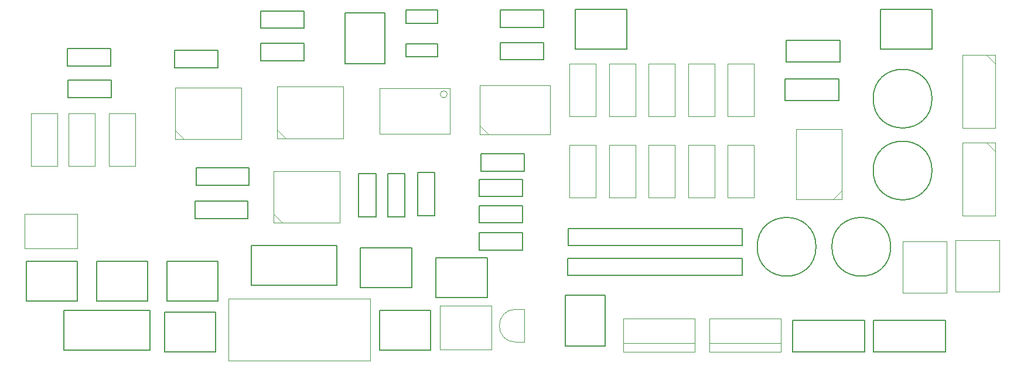
<source format=gbr>
G04*
G04 #@! TF.GenerationSoftware,Altium Limited,Altium Designer,23.3.1 (30)*
G04*
G04 Layer_Color=16711935*
%FSLAX44Y44*%
%MOMM*%
G71*
G04*
G04 #@! TF.SameCoordinates,EAF1F0D8-16AB-4789-B3CC-ED1B898C5CC7*
G04*
G04*
G04 #@! TF.FilePolarity,Positive*
G04*
G01*
G75*
%ADD11C,0.1500*%
%ADD13C,0.2000*%
%ADD14C,0.1000*%
D11*
X1624920Y657860D02*
G03*
X1624920Y657860I-42500J0D01*
G01*
X1457280Y443230D02*
G03*
X1457280Y443230I-42500J0D01*
G01*
X1624920Y553720D02*
G03*
X1624920Y553720I-42500J0D01*
G01*
X1565230Y443230D02*
G03*
X1565230Y443230I-42500J0D01*
G01*
D13*
X494400Y293660D02*
Y351160D01*
X370400D02*
X494400D01*
X370400Y293660D02*
Y351160D01*
Y293660D02*
X494400D01*
X826273D02*
Y351160D01*
Y293660D02*
X900273D01*
Y351160D01*
X826273D02*
X900273D01*
X519260Y364950D02*
Y422450D01*
Y364950D02*
X593260D01*
Y422450D01*
X519260D02*
X593260D01*
X910530Y766830D02*
Y785930D01*
X864930D02*
X910530D01*
X864930Y766830D02*
Y785930D01*
Y766830D02*
X910530D01*
X1490610Y655060D02*
Y686060D01*
X1412610D02*
X1490610D01*
X1412610Y655060D02*
Y686060D01*
Y655060D02*
X1490610D01*
X1152530Y299350D02*
Y373350D01*
X1095030Y299350D02*
X1152530D01*
X1095030D02*
Y373350D01*
X1152530D01*
X973070Y552650D02*
Y577650D01*
Y552650D02*
X1036070D01*
Y577650D01*
X973070D02*
X1036070D01*
X316060Y422450D02*
X390060D01*
Y364950D02*
Y422450D01*
X316060Y364950D02*
X390060D01*
X316060D02*
Y422450D01*
X417660Y422450D02*
X491660D01*
Y364950D02*
Y422450D01*
X417660Y364950D02*
X491660D01*
X417660D02*
Y422450D01*
X776600Y708290D02*
Y782290D01*
X834100D01*
Y708290D02*
Y782290D01*
X776600Y708290D02*
X834100D01*
X764980Y387640D02*
Y445140D01*
X640980D02*
X764980D01*
X640980Y387640D02*
Y445140D01*
Y387640D02*
X764980D01*
X515450Y348790D02*
X589450D01*
Y291290D02*
Y348790D01*
X515450Y291290D02*
X589450D01*
X515450D02*
Y348790D01*
X1109610Y729610D02*
X1183610D01*
X1109610D02*
Y787110D01*
X1183610D01*
Y729610D02*
Y787110D01*
X798860Y441330D02*
X872860D01*
Y383830D02*
Y441330D01*
X798860Y383830D02*
X872860D01*
X798860D02*
Y441330D01*
X908080Y427360D02*
X982080D01*
Y369860D02*
Y427360D01*
X908080Y369860D02*
X982080D01*
X908080D02*
Y427360D01*
X1350391Y401701D02*
Y426339D01*
X1098169D02*
X1350391D01*
X1098169Y401701D02*
Y426339D01*
Y401701D02*
X1350391D01*
X1098825Y444881D02*
Y469519D01*
Y444881D02*
X1351047D01*
Y469519D01*
X1098825D02*
X1351047D01*
X717300Y712670D02*
Y737670D01*
X654300D02*
X717300D01*
X654300Y712670D02*
Y737670D01*
Y712670D02*
X717300D01*
X1624700Y729610D02*
Y787110D01*
X1550700D02*
X1624700D01*
X1550700Y729610D02*
Y787110D01*
Y729610D02*
X1624700D01*
X1001010Y738940D02*
X1064010D01*
Y713940D02*
Y738940D01*
X1001010Y713940D02*
X1064010D01*
X1001010D02*
Y738940D01*
Y760930D02*
X1064010D01*
X1001010D02*
Y785930D01*
X1064010D01*
Y760930D02*
Y785930D01*
X970530Y515820D02*
Y540820D01*
Y515820D02*
X1033530D01*
Y540820D01*
X970530D02*
X1033530D01*
X970530Y438350D02*
Y463350D01*
Y438350D02*
X1033530D01*
Y463350D01*
X970530D02*
X1033530D01*
X970530Y477720D02*
X1033530D01*
X970530D02*
Y502720D01*
X1033530D01*
Y477720D02*
Y502720D01*
X863400Y486660D02*
Y549660D01*
X838400Y486660D02*
X863400D01*
X838400D02*
Y549660D01*
X863400D01*
X881580Y550930D02*
X906580D01*
X881580Y487930D02*
Y550930D01*
Y487930D02*
X906580D01*
Y550930D01*
X796490Y486660D02*
X821490D01*
Y549660D01*
X796490D02*
X821490D01*
X796490Y486660D02*
Y549660D01*
X529840Y727510D02*
X592840D01*
Y702510D02*
Y727510D01*
X529840Y702510D02*
X592840D01*
X529840D02*
Y727510D01*
X654300Y784660D02*
X717300D01*
Y759660D02*
Y784660D01*
X654300Y759660D02*
X717300D01*
X654300D02*
Y784660D01*
X376170Y659330D02*
X439170D01*
X376170D02*
Y684330D01*
X439170D01*
Y659330D02*
Y684330D01*
X374900Y705050D02*
X437900D01*
X374900D02*
Y730050D01*
X437900D01*
Y705050D02*
Y730050D01*
X561340Y532330D02*
Y557330D01*
Y532330D02*
X637540D01*
Y557330D01*
X561340D02*
X637540D01*
X560070Y484070D02*
Y509070D01*
Y484070D02*
X636270D01*
Y509070D01*
X560070D02*
X636270D01*
X1413880Y710940D02*
Y741940D01*
Y710940D02*
X1491880D01*
Y741940D01*
X1413880D02*
X1491880D01*
X1540680Y336965D02*
X1644680D01*
X1540680Y290965D02*
Y336965D01*
Y290965D02*
X1644680D01*
Y336965D01*
X1527840Y290965D02*
Y336965D01*
X1423840Y290965D02*
X1527840D01*
X1423840D02*
Y336965D01*
X1527840D01*
X864930Y737260D02*
X910530D01*
Y718160D02*
Y737260D01*
X864930Y718160D02*
X910530D01*
X864930D02*
Y737260D01*
D14*
X924320Y664080D02*
G03*
X924320Y664080I-5000J0D01*
G01*
X1023470Y352730D02*
G03*
X1023470Y305130I0J-23800D01*
G01*
X389890Y440990D02*
Y491190D01*
X313690Y440990D02*
X389890D01*
X313690D02*
Y491190D01*
X389890D01*
X913880Y294640D02*
X988580D01*
Y358140D01*
X913880D02*
X988580D01*
X913880Y294640D02*
Y358140D01*
X1703320Y720720D02*
X1716020Y708020D01*
X1669020Y720720D02*
X1716020D01*
X1669020Y615320D02*
Y720720D01*
Y615320D02*
X1716020D01*
Y720720D01*
X1329690Y708660D02*
X1367790D01*
Y632460D02*
Y708660D01*
X1329690Y632460D02*
X1367790D01*
X1329690D02*
Y708660D01*
X1482070Y511810D02*
X1494770Y524510D01*
Y511810D02*
Y613410D01*
X1428770D02*
X1494770D01*
X1428770Y511810D02*
Y613410D01*
Y511810D02*
X1494770D01*
X1658620Y377940D02*
X1722120D01*
X1658620D02*
Y452640D01*
X1722120D01*
Y377940D02*
Y452640D01*
X1582420Y376670D02*
X1645920D01*
X1582420D02*
Y451370D01*
X1645920D01*
Y376670D02*
Y451370D01*
X607900Y368037D02*
X813000D01*
X607900Y278037D02*
Y368037D01*
Y278037D02*
X813000D01*
Y368037D01*
X971550Y605800D02*
Y676900D01*
X1073150D01*
Y605800D02*
Y676900D01*
X971550Y605800D02*
X1073150D01*
X971550Y618500D02*
X984250Y605800D01*
X1101090Y632460D02*
Y708660D01*
Y632460D02*
X1139190D01*
Y708660D01*
X1101090D02*
X1139190D01*
X1329690Y514350D02*
Y590550D01*
Y514350D02*
X1367790D01*
Y590550D01*
X1329690D02*
X1367790D01*
X1158240Y632460D02*
Y708660D01*
Y632460D02*
X1196340D01*
Y708660D01*
X1158240D02*
X1196340D01*
X1272540Y632460D02*
Y708660D01*
Y632460D02*
X1310640D01*
Y708660D01*
X1272540D02*
X1310640D01*
X1215390Y632460D02*
Y708660D01*
Y632460D02*
X1253490D01*
Y708660D01*
X1215390D02*
X1253490D01*
X1272540Y514350D02*
Y590550D01*
Y514350D02*
X1310640D01*
Y590550D01*
X1272540D02*
X1310640D01*
X1215390Y514350D02*
Y590550D01*
Y514350D02*
X1253490D01*
Y590550D01*
X1215390D02*
X1253490D01*
X1158240Y514350D02*
Y590550D01*
Y514350D02*
X1196340D01*
Y590550D01*
X1158240D02*
X1196340D01*
X1101090Y514350D02*
Y590550D01*
Y514350D02*
X1139190D01*
Y590550D01*
X1101090D02*
X1139190D01*
X1716020Y488320D02*
Y593720D01*
X1669020Y488320D02*
X1716020D01*
X1669020D02*
Y593720D01*
X1716020D01*
X1703320D02*
X1716020Y581020D01*
X826820Y607080D02*
Y673080D01*
X928320Y607080D02*
Y673080D01*
X826820Y607080D02*
X928320D01*
X826820Y673080D02*
X928320D01*
X1179130Y339300D02*
X1282130D01*
X1179130Y290800D02*
X1282130D01*
Y339300D01*
X1179130Y290800D02*
Y339300D01*
Y303300D02*
X1282130D01*
X1303590Y339300D02*
X1406590D01*
X1303590Y290800D02*
X1406590D01*
Y339300D01*
X1303590Y290800D02*
Y339300D01*
Y303300D02*
X1406590D01*
X1023470Y352730D02*
X1035720D01*
Y305130D02*
Y352730D01*
X1023470Y305130D02*
X1035720D01*
X673710Y490540D02*
X686410Y477840D01*
X673710D02*
X769010D01*
Y552740D01*
X673710D02*
X769010D01*
X673710Y477840D02*
Y552740D01*
X678790Y600090D02*
Y674990D01*
X774090D01*
Y600090D02*
Y674990D01*
X678790Y600090D02*
X774090D01*
X678790Y612790D02*
X691490Y600090D01*
X531470Y598820D02*
Y673720D01*
X626770D01*
Y598820D02*
Y673720D01*
X531470Y598820D02*
X626770D01*
X531470Y611520D02*
X544170Y598820D01*
X360680Y560070D02*
Y636270D01*
X322580D02*
X360680D01*
X322580Y560070D02*
Y636270D01*
Y560070D02*
X360680D01*
X377190D02*
X415290D01*
X377190D02*
Y636270D01*
X415290D01*
Y560070D02*
Y636270D01*
X473710Y560070D02*
Y636270D01*
X435610D02*
X473710D01*
X435610Y560070D02*
Y636270D01*
Y560070D02*
X473710D01*
M02*

</source>
